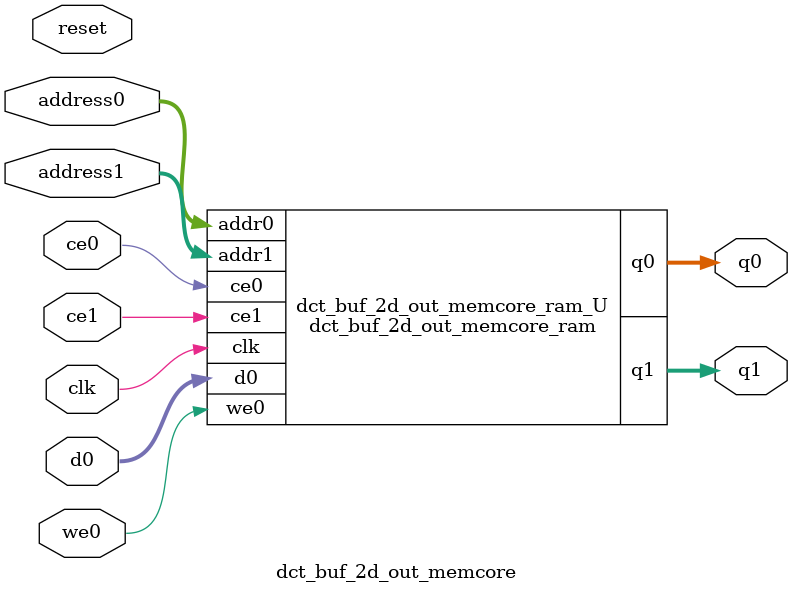
<source format=v>

`timescale 1 ns / 1 ps
module dct_buf_2d_out_memcore_ram (addr0, ce0, d0, we0, q0, addr1, ce1, q1,  clk);

parameter DWIDTH = 16;
parameter AWIDTH = 6;
parameter MEM_SIZE = 64;

input[AWIDTH-1:0] addr0;
input ce0;
input[DWIDTH-1:0] d0;
input we0;
output reg[DWIDTH-1:0] q0;
input[AWIDTH-1:0] addr1;
input ce1;
output reg[DWIDTH-1:0] q1;
input clk;

(* ram_style = "block" *)reg [DWIDTH-1:0] ram[MEM_SIZE-1:0];




always @(posedge clk)  
begin 
    if (ce0) 
    begin
        if (we0) 
        begin 
            ram[addr0] <= d0; 
            q0 <= d0;
        end 
        else 
            q0 <= ram[addr0];
    end
end


always @(posedge clk)  
begin 
    if (ce1) 
    begin
            q1 <= ram[addr1];
    end
end


endmodule


`timescale 1 ns / 1 ps
module dct_buf_2d_out_memcore(
    reset,
    clk,
    address0,
    ce0,
    we0,
    d0,
    q0,
    address1,
    ce1,
    q1);

parameter DataWidth = 32'd16;
parameter AddressRange = 32'd64;
parameter AddressWidth = 32'd6;
input reset;
input clk;
input[AddressWidth - 1:0] address0;
input ce0;
input we0;
input[DataWidth - 1:0] d0;
output[DataWidth - 1:0] q0;
input[AddressWidth - 1:0] address1;
input ce1;
output[DataWidth - 1:0] q1;



dct_buf_2d_out_memcore_ram dct_buf_2d_out_memcore_ram_U(
    .clk( clk ),
    .addr0( address0 ),
    .ce0( ce0 ),
    .d0( d0 ),
    .we0( we0 ),
    .q0( q0 ),
    .addr1( address1 ),
    .ce1( ce1 ),
    .q1( q1 ));

endmodule


</source>
